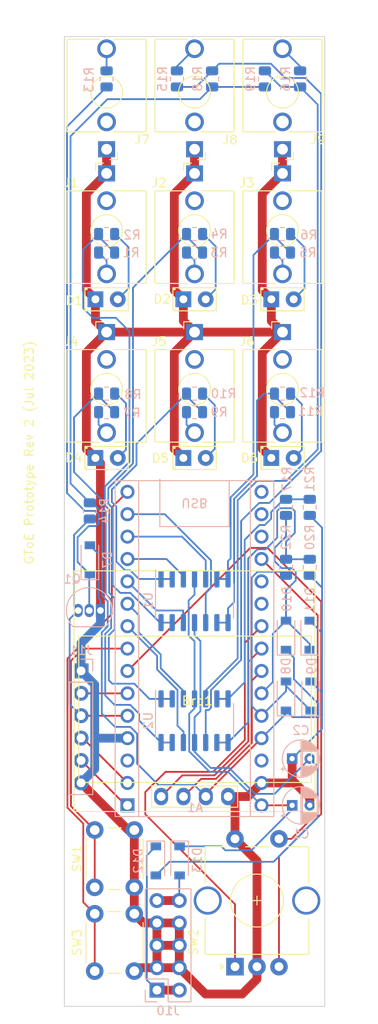
<source format=kicad_pcb>
(kicad_pcb (version 20211014) (generator pcbnew)

  (general
    (thickness 1.6)
  )

  (paper "A4")
  (layers
    (0 "F.Cu" signal)
    (31 "B.Cu" signal)
    (32 "B.Adhes" user "B.Adhesive")
    (33 "F.Adhes" user "F.Adhesive")
    (34 "B.Paste" user)
    (35 "F.Paste" user)
    (36 "B.SilkS" user "B.Silkscreen")
    (37 "F.SilkS" user "F.Silkscreen")
    (38 "B.Mask" user)
    (39 "F.Mask" user)
    (40 "Dwgs.User" user "User.Drawings")
    (41 "Cmts.User" user "User.Comments")
    (42 "Eco1.User" user "User.Eco1")
    (43 "Eco2.User" user "User.Eco2")
    (44 "Edge.Cuts" user)
    (45 "Margin" user)
    (46 "B.CrtYd" user "B.Courtyard")
    (47 "F.CrtYd" user "F.Courtyard")
    (48 "B.Fab" user)
    (49 "F.Fab" user)
    (50 "User.1" user)
    (51 "User.2" user)
    (52 "User.3" user)
    (53 "User.4" user)
    (54 "User.5" user)
    (55 "User.6" user)
    (56 "User.7" user)
    (57 "User.8" user)
    (58 "User.9" user)
  )

  (setup
    (stackup
      (layer "F.SilkS" (type "Top Silk Screen"))
      (layer "F.Paste" (type "Top Solder Paste"))
      (layer "F.Mask" (type "Top Solder Mask") (thickness 0.01))
      (layer "F.Cu" (type "copper") (thickness 0.035))
      (layer "dielectric 1" (type "core") (thickness 1.51) (material "FR4") (epsilon_r 4.5) (loss_tangent 0.02))
      (layer "B.Cu" (type "copper") (thickness 0.035))
      (layer "B.Mask" (type "Bottom Solder Mask") (thickness 0.01))
      (layer "B.Paste" (type "Bottom Solder Paste"))
      (layer "B.SilkS" (type "Bottom Silk Screen"))
      (copper_finish "None")
      (dielectric_constraints no)
    )
    (pad_to_mask_clearance 0)
    (aux_axis_origin 100 40)
    (pcbplotparams
      (layerselection 0x00010f0_ffffffff)
      (disableapertmacros false)
      (usegerberextensions false)
      (usegerberattributes true)
      (usegerberadvancedattributes true)
      (creategerberjobfile true)
      (svguseinch false)
      (svgprecision 6)
      (excludeedgelayer true)
      (plotframeref false)
      (viasonmask false)
      (mode 1)
      (useauxorigin false)
      (hpglpennumber 1)
      (hpglpenspeed 20)
      (hpglpendiameter 15.000000)
      (dxfpolygonmode true)
      (dxfimperialunits true)
      (dxfusepcbnewfont true)
      (psnegative false)
      (psa4output false)
      (plotreference true)
      (plotvalue true)
      (plotinvisibletext false)
      (sketchpadsonfab false)
      (subtractmaskfromsilk false)
      (outputformat 1)
      (mirror false)
      (drillshape 0)
      (scaleselection 1)
      (outputdirectory "Gerbers/")
    )
  )

  (net 0 "")
  (net 1 "Serial Out")
  (net 2 "Serial In")
  (net 3 "unconnected-(A1-Pad3)")
  (net 4 "GND")
  (net 5 "DIGITAL INPUT")
  (net 6 "ENC_D2")
  (net 7 "ENC_D1")
  (net 8 "Channel 1")
  (net 9 "Channel 3")
  (net 10 "Channel 4")
  (net 11 "Channel 6")
  (net 12 "START STOP BTN")
  (net 13 "SHIFT BTN")
  (net 14 "24ppqn OUT")
  (net 15 "unconnected-(A1-Pad17)")
  (net 16 "unconnected-(A1-Pad18)")
  (net 17 "unconnected-(A1-Pad20)")
  (net 18 "unconnected-(A1-Pad21)")
  (net 19 "ENC_BTN")
  (net 20 "I2C SDA")
  (net 21 "I2C SCL")
  (net 22 "+5V")
  (net 23 "unconnected-(A1-Pad28)")
  (net 24 "+12V")
  (net 25 "Net-(D1-Pad2)")
  (net 26 "Net-(D2-Pad2)")
  (net 27 "Net-(D3-Pad2)")
  (net 28 "Net-(D4-Pad2)")
  (net 29 "Net-(D5-Pad2)")
  (net 30 "Net-(D6-Pad2)")
  (net 31 "Net-(D7-Pad1)")
  (net 32 "Net-(J1-PadT)")
  (net 33 "unconnected-(J1-PadTN)")
  (net 34 "Net-(J2-PadT)")
  (net 35 "unconnected-(J2-PadTN)")
  (net 36 "Net-(J3-PadT)")
  (net 37 "unconnected-(J3-PadTN)")
  (net 38 "Net-(J4-PadT)")
  (net 39 "unconnected-(J4-PadTN)")
  (net 40 "Net-(J5-PadT)")
  (net 41 "unconnected-(J5-PadTN)")
  (net 42 "Net-(J6-PadT)")
  (net 43 "unconnected-(J6-PadTN)")
  (net 44 "Net-(J7-PadT)")
  (net 45 "unconnected-(J7-PadTN)")
  (net 46 "Net-(J8-PadT)")
  (net 47 "unconnected-(J8-PadTN)")
  (net 48 "Net-(J9-PadT)")
  (net 49 "unconnected-(J9-PadTN)")
  (net 50 "CV2 INPUT")
  (net 51 "-12V")
  (net 52 "CV1 INPUT")
  (net 53 "unconnected-(A1-Pad16)")
  (net 54 "Net-(D12-Pad1)")
  (net 55 "Net-(D13-Pad2)")
  (net 56 "Net-(R1-Pad1)")
  (net 57 "Net-(R3-Pad1)")
  (net 58 "Net-(R5-Pad1)")
  (net 59 "Net-(R7-Pad1)")
  (net 60 "Net-(R10-Pad2)")
  (net 61 "Net-(R11-Pad1)")
  (net 62 "Net-(R17-Pad2)")
  (net 63 "Net-(R15-Pad2)")
  (net 64 "Net-(R16-Pad2)")
  (net 65 "Net-(R20-Pad1)")
  (net 66 "Channel 2")
  (net 67 "Channel 5")

  (footprint "gtoe:thonkiconn" (layer "F.Cu") (at 124.8 46.3 180))

  (footprint "gtoe:button" (layer "F.Cu") (at 105.7 142.75 90))

  (footprint "gtoe:FlatTopLed" (layer "F.Cu") (at 114.8 87.8))

  (footprint "gtoe:thonkiconn" (layer "F.Cu") (at 114.8 62))

  (footprint "gtoe:I2C SSD1306" (layer "F.Cu") (at 114.8 115.6 180))

  (footprint "gtoe:thonkiconn" (layer "F.Cu") (at 114.8 80))

  (footprint "gtoe:FlatTopLed" (layer "F.Cu") (at 104.8 87.8))

  (footprint "gtoe:FlatTopLed" (layer "F.Cu") (at 124.8 69.8))

  (footprint "gtoe:thonkiconn" (layer "F.Cu") (at 124.8 62))

  (footprint "gtoe:FlatTopLed" (layer "F.Cu") (at 114.8 69.8))

  (footprint "gtoe:SwitchEncoder" (layer "F.Cu") (at 121.9 138 90))

  (footprint "gtoe:thonkiconn" (layer "F.Cu") (at 114.8 46.3 180))

  (footprint "gtoe:thonkiconn" (layer "F.Cu") (at 124.8 80))

  (footprint "gtoe:thonkiconn" (layer "F.Cu") (at 104.8 62))

  (footprint "gtoe:FlatTopLed" (layer "F.Cu") (at 124.8 87.8))

  (footprint "gtoe:FlatTopLed" (layer "F.Cu") (at 104.8 69.8))

  (footprint "gtoe:thonkiconn" (layer "F.Cu") (at 104.8 80))

  (footprint "gtoe:thonkiconn" (layer "F.Cu") (at 104.8 46.3 180))

  (footprint "gtoe:button" (layer "F.Cu") (at 105.7 133.25 90))

  (footprint "Diode_SMD:D_SOD-123" (layer "B.Cu") (at 113.1 133.5 -90))

  (footprint "Resistor_SMD:R_0805_2012Metric" (layer "B.Cu") (at 122.8 44.8 -90))

  (footprint "Capacitor_THT:CP_Radial_D4.0mm_P2.00mm" (layer "B.Cu") (at 125.9 127.2))

  (footprint "Diode_SMD:D_SOD-123" (layer "B.Cu") (at 128 114.8 90))

  (footprint "Diode_SMD:D_SOD-123" (layer "B.Cu") (at 127.9 107.9 90))

  (footprint "Resistor_SMD:R_0805_2012Metric" (layer "B.Cu") (at 114.8 82.6 180))

  (footprint "Diode_SMD:D_SOD-123" (layer "B.Cu") (at 110.4 133.5 -90))

  (footprint "Resistor_SMD:R_0805_2012Metric" (layer "B.Cu") (at 114.8 64.5 180))

  (footprint "Package_SO:SO-14_3.9x8.65mm_P1.27mm" (layer "B.Cu") (at 114.8 117.6 -90))

  (footprint "gtoe:Arduino_Nano (adjusted courtyard)" (layer "B.Cu") (at 114.8 112))

  (footprint "Resistor_SMD:R_0805_2012Metric" (layer "B.Cu") (at 104.8 44.8 -90))

  (footprint "Resistor_SMD:R_0805_2012Metric" (layer "B.Cu") (at 104.8 82.6 180))

  (footprint "Resistor_SMD:R_0805_2012Metric" (layer "B.Cu") (at 124.8 80.5 180))

  (footprint "Resistor_SMD:R_0805_2012Metric" (layer "B.Cu") (at 114.8 80.5 180))

  (footprint "Resistor_SMD:R_0805_2012Metric" (layer "B.Cu") (at 102.9 93.8 90))

  (footprint "Resistor_SMD:R_0805_2012Metric" (layer "B.Cu") (at 125.2 100.2 90))

  (footprint "Resistor_SMD:R_0805_2012Metric" (layer "B.Cu") (at 116.8 44.8 -90))

  (footprint "Connector_PinHeader_2.54mm:PinHeader_1x06_P2.54mm_Vertical" (layer "B.Cu") (at 101.9 111.95 180))

  (footprint "Resistor_SMD:R_0805_2012Metric" (layer "B.Cu") (at 104.8 62.4 180))

  (footprint "Resistor_SMD:R_0805_2012Metric" (layer "B.Cu") (at 124.8 64.5 180))

  (footprint "Resistor_SMD:R_0805_2012Metric" (layer "B.Cu") (at 124.8 82.6 180))

  (footprint "Resistor_SMD:R_0805_2012Metric" (layer "B.Cu") (at 127.9 100.2 -90))

  (footprint "Capacitor_THT:CP_Radial_D4.0mm_P2.00mm" (layer "B.Cu")
    (tedit 5AE50EF0) (tstamp 92d2b063-112e-4f9c-9bb4-b431b473765a)
    (at 125.9 121.9)
    (descr "CP, Radial series, Radial, pin pitch=2.00mm, , diameter=4mm, Electrolytic Capacitor")
    (tags "CP Radial series Radial pin pitch 2.00mm  diameter 4mm Electrolytic Capacitor")
    (property "Sheetfile" "gtoe.kicad_sch")
    (property "Sheetname" "")
    (path "/87c70d75-b506-468f-8e8e-9bbc54fba500")
    (attr through_hole)
    (fp_text reference "C2" (at 1 -3.2) (layer "B.SilkS")
      (effects (font (size 1 1) (thickness 0.15)) (justify mirror))
      (tstamp dc54d08b-e603-4f3e-b50b-783645b2664c)
    )
    (fp_text value "10uF" (at 1 -3.25) (layer "B.Fab")
      (effects (font (size 1 1) (thickness 0.15)) (justify mirror))
      (tstamp e1ac3c69-be49-4a9c-9389-7c357cf25214)
    )
    (fp_text user "${REFERENCE}" (at 1 0) (layer "B.Fab")
      (effects (font (size 0.8 0.8) (thickness 0.12)) (justify mirror))
      (tstamp db2c95dc-a7ee-4f40-8dfd-74d9caf2e1af)
    )
    (fp_line (start 1.841 1.907) (end 1.841 0.84) (layer "B.SilkS") (width 0.12) (tstamp 001241f2-19e4-4175-a4fb-6c9fbc166f7e))
    (fp_line (start 1.721 1.954) (end 1.721 0.84) (layer "B.SilkS") (width 0.12) (tstamp 0965e432-ff66-41c9-b521-40e33cfa3e7c))
    (fp_line (start 2.521 -0.84) (end 2.521 -1.438) (layer "B.SilkS") (width 0.12) (tstamp 0a3b4109-42d6-4af2-bc6d-fca35363395f))
    (fp_line (start 1.2 2.071) (end 1.2 0.84) (layer "B.SilkS") (width 0.12) (tstamp 0af6b790-08b6-490f-b1d8-c7c5381217f4))
    (fp_line (start 1.841 -0.84) (end 1.841 -1.907) (layer "B.SilkS") (width 0.12) (tstamp 0e1204b9-6991-4231-8620-de0b9c29d9cd))
    (fp_line (start 2.161 -0.84) (end 2.161 -1.735) (layer "B.SilkS") (width 0.12) (tstamp 0fdfe7d9-2fe1-42e4-a5b9-034ba5ff7d47))
    (fp_line (start 1.4 2.042) (end 1.4 0.84) (layer "B.SilkS") (width 0.12) (tstamp 11bfd39d-2884-4c8c-84d6-684ed73f9168))
    (fp_line (start 1.68 -0.84) (end 1.68 -1.968) (layer "B.SilkS") (width 0.12) (tstamp 13397254-d61a-4147-87fb-c6828248d5ba))
    (fp_line (start 1.6 1.994) (end 1.6 0.84) (layer "B.SilkS") (width 0.12) (tstamp 16b27dac-9cc6-4d22-a269-c9760c193f15))
    (fp_line (start 2.241 1.68) (end 2.241 0.84) (layer "B.SilkS") (width 0.12) (tstamp 17cd7caa-5458-43ab-8335-846c939e1ba5))
    (fp_line (start 1.12 2.077) (end 1.12 -2.077) (layer "B.SilkS") (width 0.12) (tstamp 18dfd2fb-092c-4412-96c9-be93ae0aef15))
    (fp_line (start 1.04 2.08) (end 1.04 -2.08) (layer "B.SilkS") (width 0.12) (tstamp 18ee8269-d8c5-47da-bf49-377e33b08149))
    (fp_line (start 2.441 -0.84) (end 2.441 -1.516) (layer "B.SilkS") (width 0.12) (tstamp 19178823-95c7-434d-8879-824b04683058))
    (fp_line (start 1.36 -0.84) (end 1.36 -2.05) (layer "B.SilkS") (width 0.12) (tstamp 1ffe666d-fff3-4ed1-9f09-5cd80a608ffc))
    (fp_line (start 2.321 -0.84) (end 2.321 -1.619) (layer "B.SilkS") (width 0.12) (tstamp 202fe87f-af58-4146-b9bd-6cb4f077cdf3))
    (fp_line (start -1.069801 1.395) (end -1.069801 0.995) (layer "B.SilkS") (width 0.12) (tstamp 24863ca5-ae97-473f-b04c-fcb4630284cd))
    (fp_line (start 1.881 -0.84) (end 1.881 -1.889) (layer "B.SilkS") (width 0.12) (tstamp 267603b6-60c8-4ece-ad02-c8fad8490639))
    (fp_line (start 2.601 1.351) (end 2.601 0.84) (layer "B.SilkS") (width 0.12) (tstamp 2989862e-5f79-4aa9-8693-da59ee952045))
    (fp_line (start 1.44 2.034) (end 1.44 0.84) (layer "B.SilkS") (width 0.12) (tstamp 2c0791ea-51cf-488c-a444-893f214693a2))
    (fp_line (start 2.041 1.808) (end 2.041 0.84) (layer "B.SilkS") (width 0.12) (tstamp 322af50b-cf4b-4fd5-9870-8446bd760035))
    (fp_line (start 2.281 -0.84) (end 2.281 -1.65) (layer "B.SilkS") (width 0.12) (tstamp 33fa8e12-cb97-4d5b-9fff-25722016799e))
    (fp_line (start 2.801 1.08) (end 2.801 0.84) (layer "B.SilkS") (width 0.12) (tstamp 3506a90c-fe32-4bb0-a792-96fd1b319551))
    (fp_line (start 2.041 -0.84) (end 2.041 -1.808) (layer "B.SilkS") (width 0.12) (tstamp 38911cb9-a508-4476-aaf2-83ee2e910ac5))
    (fp_line (start 2.641 -0.84) (end 2.641 -1.304) (layer "B.SilkS") (width 0.12) (tstamp 3b70e20f-0db8-4aec-8275-28eeb05a7854))
    (fp_line (start 1.28 2.062) (end 1.28 0.84) (layer "B.SilkS") (width 0.12) (tstamp 4124bec1-8807-4ca3-a72c-6e15b569bd95))
    (fp_line (start 1.64 -0.84) (end 1.64 -1.982) (layer "B.SilkS") (width 0.12) (tstamp 41357696-82dc-402a-9a04-7052d38a36d5))
    (fp_line (start 2.081 1.785) (end 2.081 0.84) (layer "B.SilkS") (width 0.12) (tstamp 48bceacb-bc04-4eb9-a63c-6f896186b75a))
    (fp_line (start 2.401 -0.84) (end 2.401 -1.552) (layer "B.SilkS") (width 0.12) (tstamp 51a7610a-6aba-4f31-8bfa-cbfa7c925c6c))
    (fp_line (start 2.361 1.587) (end 2.361 0.84) (layer "B.SilkS") (width 0.12) (tstamp 524f8ec4-3cbf-4c2b-b96c-5022da9167bc))
    (fp_line (start 1.24 2.067) (end 1.24 0.84) (layer "B.SilkS") (width 0.12) (tstamp 53b2b101-e409-4637-92cc-e2f24b8b1aad))
    (fp_line (start 2.001 1.83) (end 2.001 0.84) (layer "B.SilkS") (width 0.12) (tstamp 5488e5c2-37dc-49bc-9432-71cedb2851c3))
    (fp_line (start 2.281 1.65) (end 2.281 0.84) (layer "B.SilkS") (width 0.12) (tstamp 55a85213-df35-4d43-bf81-94e47cef6dad))
    (fp_line (start 1.64 1.982) (end 1.64 0.84) (layer "B.SilkS") (width 0.12) (tstamp 56cd711d-35db-463d-9254-2f67aa5f5634))
    (fp_line (start 1.52 2.016) (end 1.52 0.84) (layer "B.SilkS") (width 0.12) (tstamp 59eddaef-938c-463e-8eb6-28623d37009d))
    (fp_line (start 1.801 1.924) (end 1.801 0.84) (layer "B.SilkS") (width 0.12) (tstamp 5e2f85b3-e82a-4c96-87c7-077a55a77524))
    (fp_line (start 2.601 -0.84) (end 2.601 -1.351) (layer "B.SilkS") (width 0.12) (tstamp 65b677fb-0466-4c17-8cea-4f3a7161fed6))
    (fp_line (start 2.361 -0.84) (end 2.361 -1.587) (layer "B.SilkS") (width 0.12) (tstamp 6b735b9b-d839-4c00-b02b-461b9c764900))
    (fp_line (start 2.201 1.708) (end 2.201 0.84) (layer "B.SilkS") (width 0.12) (tstamp 6d4f4b62-0f4f-49e6-8199-530dd2cf422b))
    (fp_line (start 1.16 2.074) (end 1.16 -2.074) (layer "B.SilkS") (width 0.12) (tstamp 70b7e1dd-a15c-435b-8b7d-3e0394479d97))
    (fp_line (start 1.52 -0.84) (end 1.52 -2.016) (layer "B.SilkS") (width 0.12) (tstamp 749e0dd7-90be-49e7-aef6-587f8df10ae2))
    (fp_line (start 2.161 1.735) (end 2.161 0.84) (layer "B.SilkS") (width 0.12) (tstamp 75c27bec-9845-424c-864c-41a9e06315f7))
    (fp_line (start -1.269801 1.195) (end -0.869801 1.195) (layer "B.SilkS") (width 0.12) (tstamp 770d736c-e4b8-475e-9dab-3532d21bc3c1))
    (fp_line (start 1.961 -0.84) (end 1.961 -1.851) (layer "B.SilkS") (width 0.12) (tstamp 79eed3b0-1016-469e-92fc-36403f019412))
    (fp_line (start 2.081 -0.84) (end 2.081 -1.785) (layer "B.SilkS") (width 0.12) (tstamp 7d8467b7-ed81-4020-a293-5735adc9949d))
    (fp_line (start 1.08 2.079) (end 1.08 -2.079) (layer "B.SilkS") (width 0.12) (tstamp 841ceacc-1360-4256-9ffa-23b7f4bd6cfd))
    (fp_line (start 1.28 -0.84) (end 1.28 -2.062) (layer "B.SilkS") (width 0.12) (tstamp 84a15330-c851-4bd8-9c5c-c3f8ab6d3f8b))
    (fp_line (start 1.921 -0.84) (end 1.921 -1.87) (layer "B.SilkS") (width 0.12) (tstamp 85a786dc-0fe9-4604-ba15-61169d59bfb5))
    (fp_line (start 1 2.08) (end 1 -2.08) (layer "B.SilkS") (width 0.12) (tstamp 8ae8a1e0-d1d8-4e31-af04-cdd9955532ad))
    (fp_line (start 2.761 1.142) (end 2.761 0.84) (layer "B.SilkS") (widt
... [120364 chars truncated]
</source>
